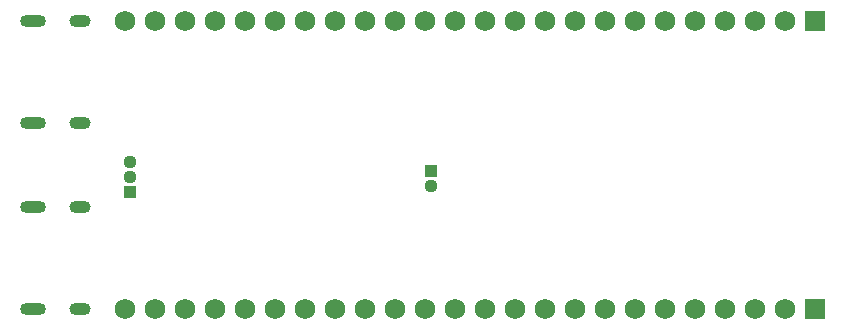
<source format=gbs>
G04*
G04 #@! TF.GenerationSoftware,Altium Limited,Altium Designer,24.3.1 (35)*
G04*
G04 Layer_Color=16711935*
%FSLAX25Y25*%
%MOIN*%
G70*
G04*
G04 #@! TF.SameCoordinates,18358673-9EB0-4F65-8AD0-3A3BFD57A4A7*
G04*
G04*
G04 #@! TF.FilePolarity,Negative*
G04*
G01*
G75*
%ADD50R,0.04400X0.04400*%
%ADD51C,0.04400*%
G04:AMPARAMS|DCode=52|XSize=39.37mil|YSize=86.61mil|CornerRadius=19.68mil|HoleSize=0mil|Usage=FLASHONLY|Rotation=270.000|XOffset=0mil|YOffset=0mil|HoleType=Round|Shape=RoundedRectangle|*
%AMROUNDEDRECTD52*
21,1,0.03937,0.04724,0,0,270.0*
21,1,0.00000,0.08661,0,0,270.0*
1,1,0.03937,-0.02362,0.00000*
1,1,0.03937,-0.02362,0.00000*
1,1,0.03937,0.02362,0.00000*
1,1,0.03937,0.02362,0.00000*
%
%ADD52ROUNDEDRECTD52*%
G04:AMPARAMS|DCode=53|XSize=39.37mil|YSize=70.87mil|CornerRadius=19.68mil|HoleSize=0mil|Usage=FLASHONLY|Rotation=270.000|XOffset=0mil|YOffset=0mil|HoleType=Round|Shape=RoundedRectangle|*
%AMROUNDEDRECTD53*
21,1,0.03937,0.03150,0,0,270.0*
21,1,0.00000,0.07087,0,0,270.0*
1,1,0.03937,-0.01575,0.00000*
1,1,0.03937,-0.01575,0.00000*
1,1,0.03937,0.01575,0.00000*
1,1,0.03937,0.01575,0.00000*
%
%ADD53ROUNDEDRECTD53*%
%ADD54C,0.06800*%
%ADD55R,0.06800X0.06800*%
D50*
X37500Y45000D02*
D03*
X138000Y51900D02*
D03*
D51*
X37500Y50000D02*
D03*
Y55000D02*
D03*
X138000Y46900D02*
D03*
D52*
X5252Y40016D02*
D03*
Y6000D02*
D03*
Y68000D02*
D03*
Y102016D02*
D03*
D53*
X21000Y40016D02*
D03*
Y6000D02*
D03*
Y68000D02*
D03*
Y102016D02*
D03*
D54*
X36000Y102000D02*
D03*
X46000D02*
D03*
X56000D02*
D03*
X66000D02*
D03*
X76000D02*
D03*
X86000D02*
D03*
X96000D02*
D03*
X106000D02*
D03*
X116000D02*
D03*
X126000D02*
D03*
X136000D02*
D03*
X146000D02*
D03*
X156000D02*
D03*
X166000D02*
D03*
X176000D02*
D03*
X186000D02*
D03*
X196000D02*
D03*
X206000D02*
D03*
X216000D02*
D03*
X226000D02*
D03*
X236000D02*
D03*
X246000D02*
D03*
X256000D02*
D03*
X36000Y6000D02*
D03*
X46000D02*
D03*
X56000D02*
D03*
X66000D02*
D03*
X76000D02*
D03*
X86000D02*
D03*
X96000D02*
D03*
X106000D02*
D03*
X116000D02*
D03*
X126000D02*
D03*
X136000D02*
D03*
X146000D02*
D03*
X156000D02*
D03*
X166000D02*
D03*
X176000D02*
D03*
X186000D02*
D03*
X196000D02*
D03*
X206000D02*
D03*
X216000D02*
D03*
X226000D02*
D03*
X236000D02*
D03*
X246000D02*
D03*
X256000D02*
D03*
D55*
X266000Y102000D02*
D03*
Y6000D02*
D03*
M02*

</source>
